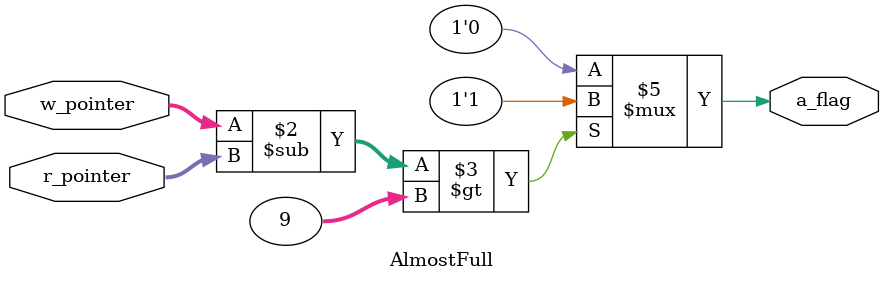
<source format=sv>
/*******************************************************************************
*** 527L Experiment #4                      German Zepeda, Spring 2019       ***
*** Experiment #4, FIFO                                                      ***
********************************************************************************
*** Filename: AlmostFull.sv    						     ***
***                                                                          ***
*** this file generats the almost full flag 				     ***
********************************************************************************
*/

`timescale 1ps/1ps
module AlmostFull
#(
SIZE=4
)
(
//inputs
input	[SIZE-1:0]	w_pointer,
input	[SIZE-1:0]	r_pointer,
//outputs
output				a_flag
);

// reg
logic a_flag;
	
//always block
always_comb 
begin
   a_flag =0;
	if(w_pointer-r_pointer>9)
	begin
		a_flag=1;
	end 
end
endmodule	
	

</source>
